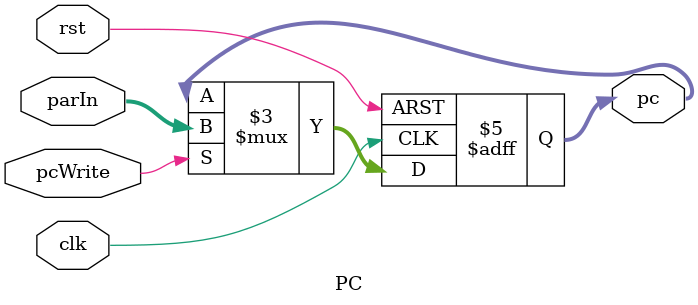
<source format=v>
module PC(input pcWrite,clk,rst,input[31:0] parIn,output reg[31:0] pc);
	always@(posedge clk,posedge rst) begin
		if(rst) pc <= 32'b0;
		else if(pcWrite) pc <= parIn;
		else pc <= pc;
	end
endmodule

</source>
